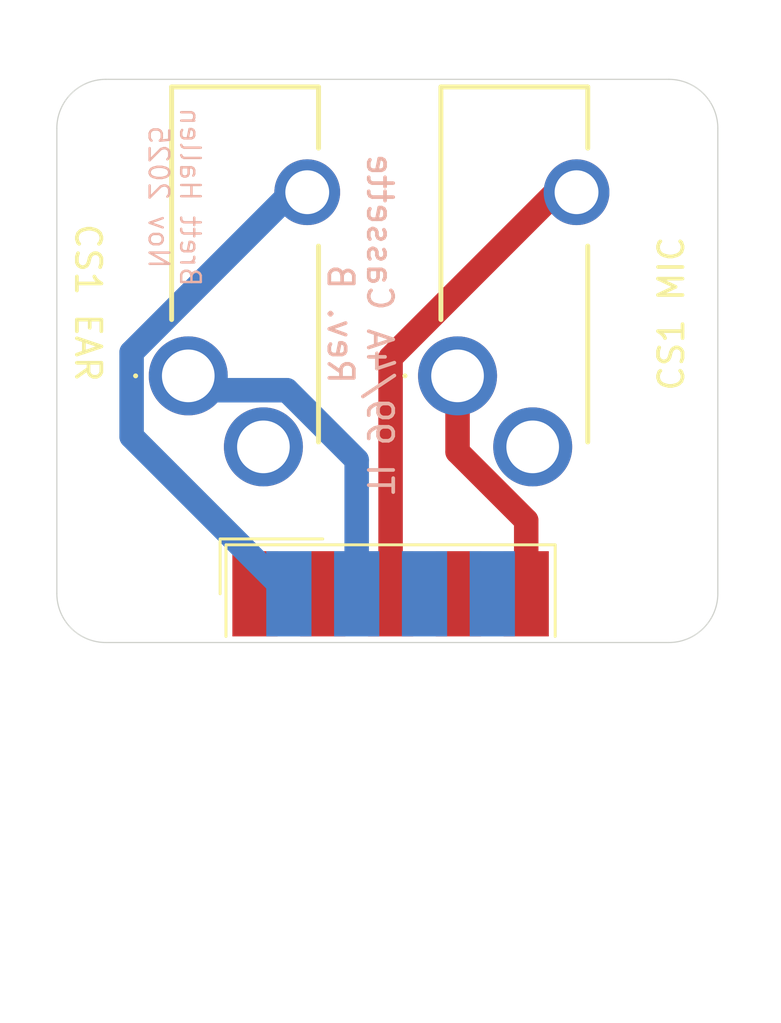
<source format=kicad_pcb>
(kicad_pcb (version 20241229) (generator "pcbnew") (generator_version "9.0")
  (title_block (title "TI 99/4A Cassette Adaptor (Design #2)") (date "19/NOV/2025") (rev "B") (company "Brett Hallen") (comment 1 "www.youtube.com/@Brfff"))
  (layers (0 "F.Cu" signal) (2 "B.Cu" signal) (13 "F.Paste" user) (15 "B.Paste" user) (5 "F.SilkS" user "F.Silkscreen") (7 "B.SilkS" user "B.Silkscreen") (1 "F.Mask" user) (3 "B.Mask" user) (25 "Edge.Cuts" user))
  (net 0 "")
  (net 1 "CS1_MOTOR-")
  (net 3 "CS1_MIC-")
  (net 4 "CS1_MIC+")
  (net 5 "CS2_MOTOR-")
  (net 6 "CS2_MOTOR+")
  (net 7 "CS1_MOTOR+")
  (net 8 "CS1_EAR-")
  (net 9 "CS1_EAR+")
  (footprint "Clueless_Engineer:SJ3350820BTR" (layer "F.Cu") (at 88.68 61.3 -90)
    (property "Reference" "J2" (hide yes))
    (property "Value" "CS1 EAR" (hide yes))
    (fp_line (start 0 2.2) (end 0 2.2) (stroke (width 0.1)) (layer "F.SilkS"))
    (fp_line (start 0 2.1) (end 0 2.1) (stroke (width 0.1)) (layer "F.SilkS"))
    (fp_line (start -11.8 0.68) (end -2.3 0.68) (stroke (width 0.2)) (layer "F.SilkS"))
    (fp_line (start -11.8 -5.32) (end -11.8 0.68) (stroke (width 0.2)) (layer "F.SilkS"))
    (fp_line (start -9.3 -5.32) (end -11.8 -5.32) (stroke (width 0.2)) (layer "F.SilkS"))
    (fp_line (start -5.3 -5.32) (end 2.7 -5.32) (stroke (width 0.2)) (layer "F.SilkS"))
    (fp_arc (start 0 2.2) (mid -0.05 2.15) (end 0 2.1) (stroke (width 0.1)) (layer "F.SilkS"))
    (fp_arc (start 0 2.1) (mid 0.05 2.15) (end 0 2.2) (stroke (width 0.1)) (layer "F.SilkS"))
    (pad "" np_thru_hole circle (at -8.3 -2.32 270) (size 1.8 1.8) (drill 1.8) (layers "*.Cu" "*.Mask"))
    (pad "" np_thru_hole circle (at -1.3 -2.32 270) (size 1.8 1.8) (drill 1.8) (layers "*.Cu" "*.Mask"))
    (pad "2" thru_hole circle (at 0 0 270) (size 3.225 3.225) (drill 2.15) (layers "*.Cu" "*.Mask") (net 9 "CS1_EAR+"))
    (pad "3" thru_hole circle (at 2.9 -3.07 270) (size 3.225 3.225) (drill 2.15) (layers "*.Cu" "*.Mask"))
    (pad "5" thru_hole circle (at -7.5 -4.86 270) (size 2.685 2.685) (drill 1.79) (layers "*.Cu" "*.Mask") (net 8 "CS1_EAR-"))
  )
  (footprint "Clueless_Engineer:SJ3350820BTR" (layer "F.Cu") (at 99.68 61.3 -90)
    (property "Reference" "J3" (hide yes))
    (property "Value" "CS1 MIC" (hide yes))
    (fp_line (start 0 2.2) (end 0 2.2) (stroke (width 0.1)) (layer "F.SilkS"))
    (fp_line (start 0 2.1) (end 0 2.1) (stroke (width 0.1)) (layer "F.SilkS"))
    (fp_line (start -11.8 0.68) (end -2.3 0.68) (stroke (width 0.2)) (layer "F.SilkS"))
    (fp_line (start -11.8 -5.32) (end -11.8 0.68) (stroke (width 0.2)) (layer "F.SilkS"))
    (fp_line (start -9.3 -5.32) (end -11.8 -5.32) (stroke (width 0.2)) (layer "F.SilkS"))
    (fp_line (start -5.3 -5.32) (end 2.7 -5.32) (stroke (width 0.2)) (layer "F.SilkS"))
    (fp_arc (start 0 2.2) (mid -0.05 2.15) (end 0 2.1) (stroke (width 0.1)) (layer "F.SilkS"))
    (fp_arc (start 0 2.1) (mid 0.05 2.15) (end 0 2.2) (stroke (width 0.1)) (layer "F.SilkS"))
    (pad "" np_thru_hole circle (at -8.3 -2.32 270) (size 1.8 1.8) (drill 1.8) (layers "*.Cu" "*.Mask"))
    (pad "" np_thru_hole circle (at -1.3 -2.32 270) (size 1.8 1.8) (drill 1.8) (layers "*.Cu" "*.Mask"))
    (pad "2" thru_hole circle (at 0 0 270) (size 3.225 3.225) (drill 2.15) (layers "*.Cu" "*.Mask") (net 4 "CS1_MIC+"))
    (pad "3" thru_hole circle (at 2.9 -3.07 270) (size 3.225 3.225) (drill 2.15) (layers "*.Cu" "*.Mask"))
    (pad "5" thru_hole circle (at -7.5 -4.86 270) (size 2.685 2.685) (drill 1.79) (layers "*.Cu" "*.Mask") (net 3 "CS1_MIC-"))
  )
  (footprint "Connector_Dsub:DSUB-9_Pins_EdgeMount_P2.77mm" (layer "F.Cu") (at 96.945 70.2)
    (property "Reference" "J1" (hide yes))
    (property "Value" "Cassette")
    (fp_line (start -6.963333 -2.24) (end -2.77 -2.24) (stroke (width 0.12)) (layer "F.SilkS"))
    (fp_line (start -6.963333 0) (end -6.963333 -2.24) (stroke (width 0.12)) (layer "F.SilkS"))
    (fp_line (start -6.723333 -2) (end -6.723333 1.74) (stroke (width 0.12)) (layer "F.SilkS"))
    (fp_line (start 6.723333 -2) (end -6.723333 -2) (stroke (width 0.12)) (layer "F.SilkS"))
    (fp_line (start 6.723333 1.74) (end 6.723333 -2) (stroke (width 0.12)) (layer "F.SilkS"))
    (pad "1" smd rect (at -5.54 0) (size 1.846667 3.48) (layers "F.Cu" "F.Mask" "F.Paste") (net 7 "CS1_MOTOR+"))
    (pad "2" smd rect (at -2.77 0) (size 1.846667 3.48) (layers "F.Cu" "F.Mask" "F.Paste") (net 1 "CS1_MOTOR-"))
    (pad "3" smd rect (at 0 0) (size 1.846667 3.48) (layers "F.Cu" "F.Mask" "F.Paste") (net 3 "CS1_MIC-"))
    (pad "4" smd rect (at 2.77 0) (size 1.846667 3.48) (layers "F.Cu" "F.Mask" "F.Paste"))
    (pad "5" smd rect (at 5.54 0) (size 1.846667 3.48) (layers "F.Cu" "F.Mask" "F.Paste") (net 4 "CS1_MIC+"))
    (pad "6" smd rect (at -4.155 0) (size 1.846667 3.48) (layers "B.Cu" "B.Mask" "B.Paste") (net 8 "CS1_EAR-"))
    (pad "7" smd rect (at -1.385 0) (size 1.846667 3.48) (layers "B.Cu" "B.Mask" "B.Paste") (net 9 "CS1_EAR+"))
    (pad "8" smd rect (at 1.385 0) (size 1.846667 3.48) (layers "B.Cu" "B.Mask" "B.Paste") (net 5 "CS2_MOTOR-"))
    (pad "9" smd rect (at 4.155 0) (size 1.846667 3.48) (layers "B.Cu" "B.Mask" "B.Paste") (net 6 "CS2_MOTOR+"))
  )
  (gr_arc (start 83.311726 51.19) (mid 83.897514 49.775796) (end 85.311726 49.19) (stroke (width 0.05)) (layer "Edge.Cuts"))
  (gr_line (start 108.311726 72.19) (end 85.311726 72.19) (stroke (width 0.05)) (layer "Edge.Cuts"))
  (gr_arc (start 110.311726 70.19) (mid 109.72594 71.604214) (end 108.311726 72.19) (stroke (width 0.05)) (layer "Edge.Cuts"))
  (gr_line (start 83.311726 70.19) (end 83.311726 51.19) (stroke (width 0.05)) (layer "Edge.Cuts"))
  (gr_arc (start 108.311726 49.19) (mid 109.72594 49.775786) (end 110.311726 51.19) (stroke (width 0.05)) (layer "Edge.Cuts"))
  (gr_line (start 85.311726 49.19) (end 108.311726 49.19) (stroke (width 0.05)) (layer "Edge.Cuts"))
  (gr_arc (start 85.311726 72.19) (mid 83.897512 71.604214) (end 83.311726 70.19) (stroke (width 0.05)) (layer "Edge.Cuts"))
  (gr_line (start 110.311726 51.19) (end 110.311726 70.19) (stroke (width 0.05)) (layer "Edge.Cuts"))
  (gr_text "CS1 MIC" (at 109 62 90) (layer "F.SilkS") (effects (font (size 1 1)) (justify left bottom)))
  (gr_text "CS1 EAR" (at 84 55 270) (layer "F.SilkS") (effects (font (size 1 1)) (justify left bottom)))
  (gr_text "Brett Hallen\nNov 2025" (at 87 54 270) (layer "B.SilkS") (effects (font (size 0.8 0.8) (thickness 0.1)) (justify bottom mirror)))
  (gr_text "TI 99/4A Cassette\nRev. B" (at 94.311726 59.19 270) (layer "B.SilkS") (effects (font (size 1 1)) (justify bottom mirror)))
  (segment (start 96.945 70.2) (end 96.945 60.556726) (width 1) (layer "F.Cu") (net 3))
  (segment (start 96.945 60.556726) (end 103.701726 53.8) (width 1) (layer "F.Cu") (net 3))
  (segment (start 103.701726 53.8) (end 104.54 53.8) (width 1) (layer "F.Cu") (net 3))
  (segment (start 102.485 67.206784) (end 99.68 64.401784) (width 1) (layer "F.Cu") (net 4))
  (segment (start 99.68 64.401784) (end 99.68 61.3) (width 1) (layer "F.Cu") (net 4))
  (segment (start 102.485 70.2) (end 102.485 67.206784) (width 1) (layer "F.Cu") (net 4))
  (segment (start 86.3665 60.341716) (end 92.908216 53.8) (width 1) (layer "B.Cu") (net 8))
  (segment (start 86.3665 63.7765) (end 86.3665 60.341716) (width 1) (layer "B.Cu") (net 8))
  (segment (start 92.79 70.2) (end 86.3665 63.7765) (width 1) (layer "B.Cu") (net 8))
  (segment (start 92.908216 53.8) (end 93.54 53.8) (width 1) (layer "B.Cu") (net 8))
  (segment (start 95.56 70.2) (end 95.56 64.738216) (width 1) (layer "B.Cu") (net 9))
  (segment (start 89.2665 61.8865) (end 88.68 61.3) (width 1) (layer "B.Cu") (net 9))
  (segment (start 95.56 64.738216) (end 92.708284 61.8865) (width 1) (layer "B.Cu") (net 9))
  (segment (start 92.708284 61.8865) (end 89.2665 61.8865) (width 1) (layer "B.Cu") (net 9))
)
</source>
